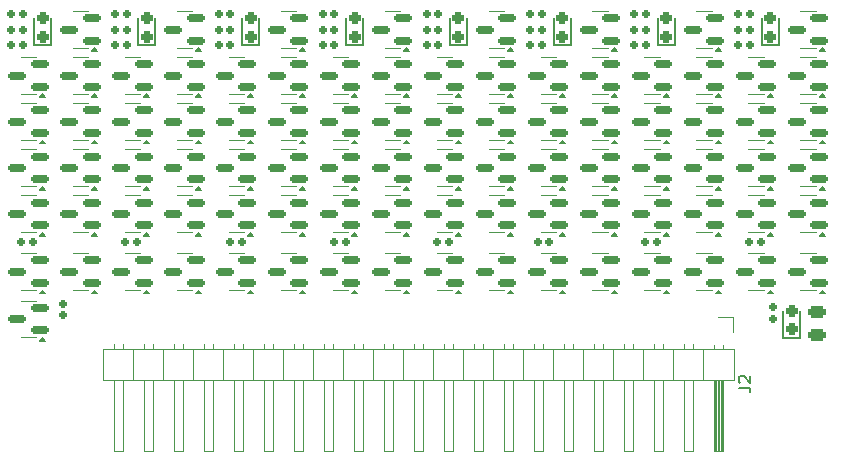
<source format=gbr>
%TF.GenerationSoftware,KiCad,Pcbnew,8.0.8*%
%TF.CreationDate,2025-10-03T14:44:34+02:00*%
%TF.ProjectId,REG8bit-SMD-V3.0,52454738-6269-4742-9d53-4d442d56332e,rev?*%
%TF.SameCoordinates,Original*%
%TF.FileFunction,Legend,Top*%
%TF.FilePolarity,Positive*%
%FSLAX46Y46*%
G04 Gerber Fmt 4.6, Leading zero omitted, Abs format (unit mm)*
G04 Created by KiCad (PCBNEW 8.0.8) date 2025-10-03 14:44:34*
%MOMM*%
%LPD*%
G01*
G04 APERTURE LIST*
G04 Aperture macros list*
%AMRoundRect*
0 Rectangle with rounded corners*
0 $1 Rounding radius*
0 $2 $3 $4 $5 $6 $7 $8 $9 X,Y pos of 4 corners*
0 Add a 4 corners polygon primitive as box body*
4,1,4,$2,$3,$4,$5,$6,$7,$8,$9,$2,$3,0*
0 Add four circle primitives for the rounded corners*
1,1,$1+$1,$2,$3*
1,1,$1+$1,$4,$5*
1,1,$1+$1,$6,$7*
1,1,$1+$1,$8,$9*
0 Add four rect primitives between the rounded corners*
20,1,$1+$1,$2,$3,$4,$5,0*
20,1,$1+$1,$4,$5,$6,$7,0*
20,1,$1+$1,$6,$7,$8,$9,0*
20,1,$1+$1,$8,$9,$2,$3,0*%
G04 Aperture macros list end*
%ADD10C,0.150000*%
%ADD11C,0.120000*%
%ADD12RoundRect,0.159000X-0.159000X-0.189000X0.159000X-0.189000X0.159000X0.189000X-0.159000X0.189000X0*%
%ADD13RoundRect,0.150000X0.587500X0.150000X-0.587500X0.150000X-0.587500X-0.150000X0.587500X-0.150000X0*%
%ADD14RoundRect,0.159000X0.189000X-0.159000X0.189000X0.159000X-0.189000X0.159000X-0.189000X-0.159000X0*%
%ADD15RoundRect,0.239000X0.274000X-0.239000X0.274000X0.239000X-0.274000X0.239000X-0.274000X-0.239000X0*%
%ADD16RoundRect,0.269000X0.494000X-0.269000X0.494000X0.269000X-0.494000X0.269000X-0.494000X-0.269000X0*%
%ADD17O,1.700000X1.700000*%
%ADD18R,1.700000X1.700000*%
G04 APERTURE END LIST*
D10*
X112024819Y-136418333D02*
X112739104Y-136418333D01*
X112739104Y-136418333D02*
X112881961Y-136465952D01*
X112881961Y-136465952D02*
X112977200Y-136561190D01*
X112977200Y-136561190D02*
X113024819Y-136704047D01*
X113024819Y-136704047D02*
X113024819Y-136799285D01*
X112120057Y-135989761D02*
X112072438Y-135942142D01*
X112072438Y-135942142D02*
X112024819Y-135846904D01*
X112024819Y-135846904D02*
X112024819Y-135608809D01*
X112024819Y-135608809D02*
X112072438Y-135513571D01*
X112072438Y-135513571D02*
X112120057Y-135465952D01*
X112120057Y-135465952D02*
X112215295Y-135418333D01*
X112215295Y-135418333D02*
X112310533Y-135418333D01*
X112310533Y-135418333D02*
X112453390Y-135465952D01*
X112453390Y-135465952D02*
X113024819Y-136037380D01*
X113024819Y-136037380D02*
X113024819Y-135418333D01*
D11*
%TO.C,Q70*%
X109100000Y-112340000D02*
X108450000Y-112340000D01*
X109100000Y-112340000D02*
X109750000Y-112340000D01*
X109100000Y-115460000D02*
X108450000Y-115460000D01*
X109100000Y-115460000D02*
X109750000Y-115460000D01*
X110502500Y-115740000D02*
X110022500Y-115740000D01*
X110262500Y-115410000D01*
X110502500Y-115740000D01*
G36*
X110502500Y-115740000D02*
G01*
X110022500Y-115740000D01*
X110262500Y-115410000D01*
X110502500Y-115740000D01*
G37*
%TO.C,Q1*%
X51900000Y-129040000D02*
X51250000Y-129040000D01*
X51900000Y-129040000D02*
X52550000Y-129040000D01*
X51900000Y-132160000D02*
X51250000Y-132160000D01*
X51900000Y-132160000D02*
X52550000Y-132160000D01*
X53302500Y-132440000D02*
X52822500Y-132440000D01*
X53062500Y-132110000D01*
X53302500Y-132440000D01*
G36*
X53302500Y-132440000D02*
G01*
X52822500Y-132440000D01*
X53062500Y-132110000D01*
X53302500Y-132440000D01*
G37*
%TO.C,Q40*%
X82700000Y-112340000D02*
X82050000Y-112340000D01*
X82700000Y-112340000D02*
X83350000Y-112340000D01*
X82700000Y-115460000D02*
X82050000Y-115460000D01*
X82700000Y-115460000D02*
X83350000Y-115460000D01*
X84102500Y-115740000D02*
X83622500Y-115740000D01*
X83862500Y-115410000D01*
X84102500Y-115740000D01*
G36*
X84102500Y-115740000D02*
G01*
X83622500Y-115740000D01*
X83862500Y-115410000D01*
X84102500Y-115740000D01*
G37*
%TO.C,Q25*%
X69500000Y-116240000D02*
X68850000Y-116240000D01*
X69500000Y-116240000D02*
X70150000Y-116240000D01*
X69500000Y-119360000D02*
X68850000Y-119360000D01*
X69500000Y-119360000D02*
X70150000Y-119360000D01*
X70902500Y-119640000D02*
X70422500Y-119640000D01*
X70662500Y-119310000D01*
X70902500Y-119640000D01*
G36*
X70902500Y-119640000D02*
G01*
X70422500Y-119640000D01*
X70662500Y-119310000D01*
X70902500Y-119640000D01*
G37*
%TO.C,Q82*%
X56300000Y-104540000D02*
X55650000Y-104540000D01*
X56300000Y-104540000D02*
X56950000Y-104540000D01*
X56300000Y-107660000D02*
X55650000Y-107660000D01*
X56300000Y-107660000D02*
X56950000Y-107660000D01*
X57702500Y-107940000D02*
X57222500Y-107940000D01*
X57462500Y-107610000D01*
X57702500Y-107940000D01*
G36*
X57702500Y-107940000D02*
G01*
X57222500Y-107940000D01*
X57462500Y-107610000D01*
X57702500Y-107940000D01*
G37*
%TO.C,Q78*%
X117900000Y-125040000D02*
X117250000Y-125040000D01*
X117900000Y-125040000D02*
X118550000Y-125040000D01*
X117900000Y-128160000D02*
X117250000Y-128160000D01*
X117900000Y-128160000D02*
X118550000Y-128160000D01*
X119302500Y-128440000D02*
X118822500Y-128440000D01*
X119062500Y-128110000D01*
X119302500Y-128440000D01*
G36*
X119302500Y-128440000D02*
G01*
X118822500Y-128440000D01*
X119062500Y-128110000D01*
X119302500Y-128440000D01*
G37*
D10*
%TO.C,D3*%
X69970000Y-105100000D02*
X69970000Y-107390000D01*
X69970000Y-107390000D02*
X71430000Y-107390000D01*
X71430000Y-107390000D02*
X71430000Y-105100000D01*
D11*
%TO.C,Q13*%
X65100000Y-120140000D02*
X64450000Y-120140000D01*
X65100000Y-120140000D02*
X65750000Y-120140000D01*
X65100000Y-123260000D02*
X64450000Y-123260000D01*
X65100000Y-123260000D02*
X65750000Y-123260000D01*
X66502500Y-123540000D02*
X66022500Y-123540000D01*
X66262500Y-123210000D01*
X66502500Y-123540000D01*
G36*
X66502500Y-123540000D02*
G01*
X66022500Y-123540000D01*
X66262500Y-123210000D01*
X66502500Y-123540000D01*
G37*
%TO.C,Q68*%
X109100000Y-125040000D02*
X108450000Y-125040000D01*
X109100000Y-125040000D02*
X109750000Y-125040000D01*
X109100000Y-128160000D02*
X108450000Y-128160000D01*
X109100000Y-128160000D02*
X109750000Y-128160000D01*
X110502500Y-128440000D02*
X110022500Y-128440000D01*
X110262500Y-128110000D01*
X110502500Y-128440000D01*
G36*
X110502500Y-128440000D02*
G01*
X110022500Y-128440000D01*
X110262500Y-128110000D01*
X110502500Y-128440000D01*
G37*
D10*
%TO.C,D4*%
X78770000Y-105100000D02*
X78770000Y-107390000D01*
X78770000Y-107390000D02*
X80230000Y-107390000D01*
X80230000Y-107390000D02*
X80230000Y-105100000D01*
D11*
%TO.C,Q86*%
X91500000Y-104540000D02*
X90850000Y-104540000D01*
X91500000Y-104540000D02*
X92150000Y-104540000D01*
X91500000Y-107660000D02*
X90850000Y-107660000D01*
X91500000Y-107660000D02*
X92150000Y-107660000D01*
X92902500Y-107940000D02*
X92422500Y-107940000D01*
X92662500Y-107610000D01*
X92902500Y-107940000D01*
G36*
X92902500Y-107940000D02*
G01*
X92422500Y-107940000D01*
X92662500Y-107610000D01*
X92902500Y-107940000D01*
G37*
%TO.C,Q52*%
X95900000Y-120140000D02*
X95250000Y-120140000D01*
X95900000Y-120140000D02*
X96550000Y-120140000D01*
X95900000Y-123260000D02*
X95250000Y-123260000D01*
X95900000Y-123260000D02*
X96550000Y-123260000D01*
X97302500Y-123540000D02*
X96822500Y-123540000D01*
X97062500Y-123210000D01*
X97302500Y-123540000D01*
G36*
X97302500Y-123540000D02*
G01*
X96822500Y-123540000D01*
X97062500Y-123210000D01*
X97302500Y-123540000D01*
G37*
%TO.C,Q6*%
X51900000Y-108440000D02*
X51250000Y-108440000D01*
X51900000Y-108440000D02*
X52550000Y-108440000D01*
X51900000Y-111560000D02*
X51250000Y-111560000D01*
X51900000Y-111560000D02*
X52550000Y-111560000D01*
X53302500Y-111840000D02*
X52822500Y-111840000D01*
X53062500Y-111510000D01*
X53302500Y-111840000D01*
G36*
X53302500Y-111840000D02*
G01*
X52822500Y-111840000D01*
X53062500Y-111510000D01*
X53302500Y-111840000D01*
G37*
%TO.C,Q59*%
X100300000Y-108440000D02*
X99650000Y-108440000D01*
X100300000Y-108440000D02*
X100950000Y-108440000D01*
X100300000Y-111560000D02*
X99650000Y-111560000D01*
X100300000Y-111560000D02*
X100950000Y-111560000D01*
X101702500Y-111840000D02*
X101222500Y-111840000D01*
X101462500Y-111510000D01*
X101702500Y-111840000D01*
G36*
X101702500Y-111840000D02*
G01*
X101222500Y-111840000D01*
X101462500Y-111510000D01*
X101702500Y-111840000D01*
G37*
%TO.C,Q58*%
X100300000Y-125040000D02*
X99650000Y-125040000D01*
X100300000Y-125040000D02*
X100950000Y-125040000D01*
X100300000Y-128160000D02*
X99650000Y-128160000D01*
X100300000Y-128160000D02*
X100950000Y-128160000D01*
X101702500Y-128440000D02*
X101222500Y-128440000D01*
X101462500Y-128110000D01*
X101702500Y-128440000D01*
G36*
X101702500Y-128440000D02*
G01*
X101222500Y-128440000D01*
X101462500Y-128110000D01*
X101702500Y-128440000D01*
G37*
%TO.C,Q88*%
X109100000Y-104540000D02*
X108450000Y-104540000D01*
X109100000Y-104540000D02*
X109750000Y-104540000D01*
X109100000Y-107660000D02*
X108450000Y-107660000D01*
X109100000Y-107660000D02*
X109750000Y-107660000D01*
X110502500Y-107940000D02*
X110022500Y-107940000D01*
X110262500Y-107610000D01*
X110502500Y-107940000D01*
G36*
X110502500Y-107940000D02*
G01*
X110022500Y-107940000D01*
X110262500Y-107610000D01*
X110502500Y-107940000D01*
G37*
%TO.C,Q10*%
X56300000Y-112340000D02*
X55650000Y-112340000D01*
X56300000Y-112340000D02*
X56950000Y-112340000D01*
X56300000Y-115460000D02*
X55650000Y-115460000D01*
X56300000Y-115460000D02*
X56950000Y-115460000D01*
X57702500Y-115740000D02*
X57222500Y-115740000D01*
X57462500Y-115410000D01*
X57702500Y-115740000D01*
G36*
X57702500Y-115740000D02*
G01*
X57222500Y-115740000D01*
X57462500Y-115410000D01*
X57702500Y-115740000D01*
G37*
%TO.C,Q79*%
X117900000Y-108440000D02*
X117250000Y-108440000D01*
X117900000Y-108440000D02*
X118550000Y-108440000D01*
X117900000Y-111560000D02*
X117250000Y-111560000D01*
X117900000Y-111560000D02*
X118550000Y-111560000D01*
X119302500Y-111840000D02*
X118822500Y-111840000D01*
X119062500Y-111510000D01*
X119302500Y-111840000D01*
G36*
X119302500Y-111840000D02*
G01*
X118822500Y-111840000D01*
X119062500Y-111510000D01*
X119302500Y-111840000D01*
G37*
%TO.C,Q47*%
X87100000Y-108440000D02*
X86450000Y-108440000D01*
X87100000Y-108440000D02*
X87750000Y-108440000D01*
X87100000Y-111560000D02*
X86450000Y-111560000D01*
X87100000Y-111560000D02*
X87750000Y-111560000D01*
X88502500Y-111840000D02*
X88022500Y-111840000D01*
X88262500Y-111510000D01*
X88502500Y-111840000D01*
G36*
X88502500Y-111840000D02*
G01*
X88022500Y-111840000D01*
X88262500Y-111510000D01*
X88502500Y-111840000D01*
G37*
%TO.C,Q75*%
X113500000Y-116240000D02*
X112850000Y-116240000D01*
X113500000Y-116240000D02*
X114150000Y-116240000D01*
X113500000Y-119360000D02*
X112850000Y-119360000D01*
X113500000Y-119360000D02*
X114150000Y-119360000D01*
X114902500Y-119640000D02*
X114422500Y-119640000D01*
X114662500Y-119310000D01*
X114902500Y-119640000D01*
G36*
X114902500Y-119640000D02*
G01*
X114422500Y-119640000D01*
X114662500Y-119310000D01*
X114902500Y-119640000D01*
G37*
%TO.C,Q8*%
X51900000Y-125040000D02*
X51250000Y-125040000D01*
X51900000Y-125040000D02*
X52550000Y-125040000D01*
X51900000Y-128160000D02*
X51250000Y-128160000D01*
X51900000Y-128160000D02*
X52550000Y-128160000D01*
X53302500Y-128440000D02*
X52822500Y-128440000D01*
X53062500Y-128110000D01*
X53302500Y-128440000D01*
G36*
X53302500Y-128440000D02*
G01*
X52822500Y-128440000D01*
X53062500Y-128110000D01*
X53302500Y-128440000D01*
G37*
%TO.C,Q4*%
X51900000Y-112340000D02*
X51250000Y-112340000D01*
X51900000Y-112340000D02*
X52550000Y-112340000D01*
X51900000Y-115460000D02*
X51250000Y-115460000D01*
X51900000Y-115460000D02*
X52550000Y-115460000D01*
X53302500Y-115740000D02*
X52822500Y-115740000D01*
X53062500Y-115410000D01*
X53302500Y-115740000D01*
G36*
X53302500Y-115740000D02*
G01*
X52822500Y-115740000D01*
X53062500Y-115410000D01*
X53302500Y-115740000D01*
G37*
%TO.C,Q7*%
X56300000Y-125040000D02*
X55650000Y-125040000D01*
X56300000Y-125040000D02*
X56950000Y-125040000D01*
X56300000Y-128160000D02*
X55650000Y-128160000D01*
X56300000Y-128160000D02*
X56950000Y-128160000D01*
X57702500Y-128440000D02*
X57222500Y-128440000D01*
X57462500Y-128110000D01*
X57702500Y-128440000D01*
G36*
X57702500Y-128440000D02*
G01*
X57222500Y-128440000D01*
X57462500Y-128110000D01*
X57702500Y-128440000D01*
G37*
%TO.C,Q12*%
X60700000Y-120140000D02*
X60050000Y-120140000D01*
X60700000Y-120140000D02*
X61350000Y-120140000D01*
X60700000Y-123260000D02*
X60050000Y-123260000D01*
X60700000Y-123260000D02*
X61350000Y-123260000D01*
X62102500Y-123540000D02*
X61622500Y-123540000D01*
X61862500Y-123210000D01*
X62102500Y-123540000D01*
G36*
X62102500Y-123540000D02*
G01*
X61622500Y-123540000D01*
X61862500Y-123210000D01*
X62102500Y-123540000D01*
G37*
%TO.C,Q48*%
X91500000Y-125040000D02*
X90850000Y-125040000D01*
X91500000Y-125040000D02*
X92150000Y-125040000D01*
X91500000Y-128160000D02*
X90850000Y-128160000D01*
X91500000Y-128160000D02*
X92150000Y-128160000D01*
X92902500Y-128440000D02*
X92422500Y-128440000D01*
X92662500Y-128110000D01*
X92902500Y-128440000D01*
G36*
X92902500Y-128440000D02*
G01*
X92422500Y-128440000D01*
X92662500Y-128110000D01*
X92902500Y-128440000D01*
G37*
%TO.C,Q28*%
X73900000Y-125040000D02*
X73250000Y-125040000D01*
X73900000Y-125040000D02*
X74550000Y-125040000D01*
X73900000Y-128160000D02*
X73250000Y-128160000D01*
X73900000Y-128160000D02*
X74550000Y-128160000D01*
X75302500Y-128440000D02*
X74822500Y-128440000D01*
X75062500Y-128110000D01*
X75302500Y-128440000D01*
G36*
X75302500Y-128440000D02*
G01*
X74822500Y-128440000D01*
X75062500Y-128110000D01*
X75302500Y-128440000D01*
G37*
%TO.C,Q27*%
X69500000Y-108440000D02*
X68850000Y-108440000D01*
X69500000Y-108440000D02*
X70150000Y-108440000D01*
X69500000Y-111560000D02*
X68850000Y-111560000D01*
X69500000Y-111560000D02*
X70150000Y-111560000D01*
X70902500Y-111840000D02*
X70422500Y-111840000D01*
X70662500Y-111510000D01*
X70902500Y-111840000D01*
G36*
X70902500Y-111840000D02*
G01*
X70422500Y-111840000D01*
X70662500Y-111510000D01*
X70902500Y-111840000D01*
G37*
D10*
%TO.C,D8*%
X113970000Y-105100000D02*
X113970000Y-107390000D01*
X113970000Y-107390000D02*
X115430000Y-107390000D01*
X115430000Y-107390000D02*
X115430000Y-105100000D01*
D11*
%TO.C,Q77*%
X113500000Y-108440000D02*
X112850000Y-108440000D01*
X113500000Y-108440000D02*
X114150000Y-108440000D01*
X113500000Y-111560000D02*
X112850000Y-111560000D01*
X113500000Y-111560000D02*
X114150000Y-111560000D01*
X114902500Y-111840000D02*
X114422500Y-111840000D01*
X114662500Y-111510000D01*
X114902500Y-111840000D01*
G36*
X114902500Y-111840000D02*
G01*
X114422500Y-111840000D01*
X114662500Y-111510000D01*
X114902500Y-111840000D01*
G37*
%TO.C,Q55*%
X95900000Y-116240000D02*
X95250000Y-116240000D01*
X95900000Y-116240000D02*
X96550000Y-116240000D01*
X95900000Y-119360000D02*
X95250000Y-119360000D01*
X95900000Y-119360000D02*
X96550000Y-119360000D01*
X97302500Y-119640000D02*
X96822500Y-119640000D01*
X97062500Y-119310000D01*
X97302500Y-119640000D01*
G36*
X97302500Y-119640000D02*
G01*
X96822500Y-119640000D01*
X97062500Y-119310000D01*
X97302500Y-119640000D01*
G37*
%TO.C,Q62*%
X104700000Y-120140000D02*
X104050000Y-120140000D01*
X104700000Y-120140000D02*
X105350000Y-120140000D01*
X104700000Y-123260000D02*
X104050000Y-123260000D01*
X104700000Y-123260000D02*
X105350000Y-123260000D01*
X106102500Y-123540000D02*
X105622500Y-123540000D01*
X105862500Y-123210000D01*
X106102500Y-123540000D01*
G36*
X106102500Y-123540000D02*
G01*
X105622500Y-123540000D01*
X105862500Y-123210000D01*
X106102500Y-123540000D01*
G37*
%TO.C,Q66*%
X104700000Y-125040000D02*
X104050000Y-125040000D01*
X104700000Y-125040000D02*
X105350000Y-125040000D01*
X104700000Y-128160000D02*
X104050000Y-128160000D01*
X104700000Y-128160000D02*
X105350000Y-128160000D01*
X106102500Y-128440000D02*
X105622500Y-128440000D01*
X105862500Y-128110000D01*
X106102500Y-128440000D01*
G36*
X106102500Y-128440000D02*
G01*
X105622500Y-128440000D01*
X105862500Y-128110000D01*
X106102500Y-128440000D01*
G37*
%TO.C,Q34*%
X78300000Y-112340000D02*
X77650000Y-112340000D01*
X78300000Y-112340000D02*
X78950000Y-112340000D01*
X78300000Y-115460000D02*
X77650000Y-115460000D01*
X78300000Y-115460000D02*
X78950000Y-115460000D01*
X79702500Y-115740000D02*
X79222500Y-115740000D01*
X79462500Y-115410000D01*
X79702500Y-115740000D01*
G36*
X79702500Y-115740000D02*
G01*
X79222500Y-115740000D01*
X79462500Y-115410000D01*
X79702500Y-115740000D01*
G37*
D10*
%TO.C,D9*%
X115770000Y-129900000D02*
X115770000Y-132190000D01*
X115770000Y-132190000D02*
X117230000Y-132190000D01*
X117230000Y-132190000D02*
X117230000Y-129900000D01*
D11*
%TO.C,Q74*%
X113500000Y-112340000D02*
X112850000Y-112340000D01*
X113500000Y-112340000D02*
X114150000Y-112340000D01*
X113500000Y-115460000D02*
X112850000Y-115460000D01*
X113500000Y-115460000D02*
X114150000Y-115460000D01*
X114902500Y-115740000D02*
X114422500Y-115740000D01*
X114662500Y-115410000D01*
X114902500Y-115740000D01*
G36*
X114902500Y-115740000D02*
G01*
X114422500Y-115740000D01*
X114662500Y-115410000D01*
X114902500Y-115740000D01*
G37*
%TO.C,Q84*%
X73900000Y-104540000D02*
X73250000Y-104540000D01*
X73900000Y-104540000D02*
X74550000Y-104540000D01*
X73900000Y-107660000D02*
X73250000Y-107660000D01*
X73900000Y-107660000D02*
X74550000Y-107660000D01*
X75302500Y-107940000D02*
X74822500Y-107940000D01*
X75062500Y-107610000D01*
X75302500Y-107940000D01*
G36*
X75302500Y-107940000D02*
G01*
X74822500Y-107940000D01*
X75062500Y-107610000D01*
X75302500Y-107940000D01*
G37*
%TO.C,Q11*%
X56300000Y-116240000D02*
X55650000Y-116240000D01*
X56300000Y-116240000D02*
X56950000Y-116240000D01*
X56300000Y-119360000D02*
X55650000Y-119360000D01*
X56300000Y-119360000D02*
X56950000Y-119360000D01*
X57702500Y-119640000D02*
X57222500Y-119640000D01*
X57462500Y-119310000D01*
X57702500Y-119640000D01*
G36*
X57702500Y-119640000D02*
G01*
X57222500Y-119640000D01*
X57462500Y-119310000D01*
X57702500Y-119640000D01*
G37*
%TO.C,Q24*%
X69500000Y-112340000D02*
X68850000Y-112340000D01*
X69500000Y-112340000D02*
X70150000Y-112340000D01*
X69500000Y-115460000D02*
X68850000Y-115460000D01*
X69500000Y-115460000D02*
X70150000Y-115460000D01*
X70902500Y-115740000D02*
X70422500Y-115740000D01*
X70662500Y-115410000D01*
X70902500Y-115740000D01*
G36*
X70902500Y-115740000D02*
G01*
X70422500Y-115740000D01*
X70662500Y-115410000D01*
X70902500Y-115740000D01*
G37*
%TO.C,Q14*%
X60700000Y-112340000D02*
X60050000Y-112340000D01*
X60700000Y-112340000D02*
X61350000Y-112340000D01*
X60700000Y-115460000D02*
X60050000Y-115460000D01*
X60700000Y-115460000D02*
X61350000Y-115460000D01*
X62102500Y-115740000D02*
X61622500Y-115740000D01*
X61862500Y-115410000D01*
X62102500Y-115740000D01*
G36*
X62102500Y-115740000D02*
G01*
X61622500Y-115740000D01*
X61862500Y-115410000D01*
X62102500Y-115740000D01*
G37*
%TO.C,Q83*%
X65100000Y-104540000D02*
X64450000Y-104540000D01*
X65100000Y-104540000D02*
X65750000Y-104540000D01*
X65100000Y-107660000D02*
X64450000Y-107660000D01*
X65100000Y-107660000D02*
X65750000Y-107660000D01*
X66502500Y-107940000D02*
X66022500Y-107940000D01*
X66262500Y-107610000D01*
X66502500Y-107940000D01*
G36*
X66502500Y-107940000D02*
G01*
X66022500Y-107940000D01*
X66262500Y-107610000D01*
X66502500Y-107940000D01*
G37*
%TO.C,Q3*%
X56300000Y-120140000D02*
X55650000Y-120140000D01*
X56300000Y-120140000D02*
X56950000Y-120140000D01*
X56300000Y-123260000D02*
X55650000Y-123260000D01*
X56300000Y-123260000D02*
X56950000Y-123260000D01*
X57702500Y-123540000D02*
X57222500Y-123540000D01*
X57462500Y-123210000D01*
X57702500Y-123540000D01*
G36*
X57702500Y-123540000D02*
G01*
X57222500Y-123540000D01*
X57462500Y-123210000D01*
X57702500Y-123540000D01*
G37*
%TO.C,Q23*%
X73900000Y-120140000D02*
X73250000Y-120140000D01*
X73900000Y-120140000D02*
X74550000Y-120140000D01*
X73900000Y-123260000D02*
X73250000Y-123260000D01*
X73900000Y-123260000D02*
X74550000Y-123260000D01*
X75302500Y-123540000D02*
X74822500Y-123540000D01*
X75062500Y-123210000D01*
X75302500Y-123540000D01*
G36*
X75302500Y-123540000D02*
G01*
X74822500Y-123540000D01*
X75062500Y-123210000D01*
X75302500Y-123540000D01*
G37*
%TO.C,Q61*%
X100300000Y-116240000D02*
X99650000Y-116240000D01*
X100300000Y-116240000D02*
X100950000Y-116240000D01*
X100300000Y-119360000D02*
X99650000Y-119360000D01*
X100300000Y-119360000D02*
X100950000Y-119360000D01*
X101702500Y-119640000D02*
X101222500Y-119640000D01*
X101462500Y-119310000D01*
X101702500Y-119640000D01*
G36*
X101702500Y-119640000D02*
G01*
X101222500Y-119640000D01*
X101462500Y-119310000D01*
X101702500Y-119640000D01*
G37*
%TO.C,Q81*%
X117900000Y-116240000D02*
X117250000Y-116240000D01*
X117900000Y-116240000D02*
X118550000Y-116240000D01*
X117900000Y-119360000D02*
X117250000Y-119360000D01*
X117900000Y-119360000D02*
X118550000Y-119360000D01*
X119302500Y-119640000D02*
X118822500Y-119640000D01*
X119062500Y-119310000D01*
X119302500Y-119640000D01*
G36*
X119302500Y-119640000D02*
G01*
X118822500Y-119640000D01*
X119062500Y-119310000D01*
X119302500Y-119640000D01*
G37*
%TO.C,Q67*%
X104700000Y-108440000D02*
X104050000Y-108440000D01*
X104700000Y-108440000D02*
X105350000Y-108440000D01*
X104700000Y-111560000D02*
X104050000Y-111560000D01*
X104700000Y-111560000D02*
X105350000Y-111560000D01*
X106102500Y-111840000D02*
X105622500Y-111840000D01*
X105862500Y-111510000D01*
X106102500Y-111840000D01*
G36*
X106102500Y-111840000D02*
G01*
X105622500Y-111840000D01*
X105862500Y-111510000D01*
X106102500Y-111840000D01*
G37*
%TO.C,Q46*%
X87100000Y-125040000D02*
X86450000Y-125040000D01*
X87100000Y-125040000D02*
X87750000Y-125040000D01*
X87100000Y-128160000D02*
X86450000Y-128160000D01*
X87100000Y-128160000D02*
X87750000Y-128160000D01*
X88502500Y-128440000D02*
X88022500Y-128440000D01*
X88262500Y-128110000D01*
X88502500Y-128440000D01*
G36*
X88502500Y-128440000D02*
G01*
X88022500Y-128440000D01*
X88262500Y-128110000D01*
X88502500Y-128440000D01*
G37*
%TO.C,Q2*%
X51900000Y-120140000D02*
X51250000Y-120140000D01*
X51900000Y-120140000D02*
X52550000Y-120140000D01*
X51900000Y-123260000D02*
X51250000Y-123260000D01*
X51900000Y-123260000D02*
X52550000Y-123260000D01*
X53302500Y-123540000D02*
X52822500Y-123540000D01*
X53062500Y-123210000D01*
X53302500Y-123540000D01*
G36*
X53302500Y-123540000D02*
G01*
X52822500Y-123540000D01*
X53062500Y-123210000D01*
X53302500Y-123540000D01*
G37*
%TO.C,Q17*%
X60700000Y-108440000D02*
X60050000Y-108440000D01*
X60700000Y-108440000D02*
X61350000Y-108440000D01*
X60700000Y-111560000D02*
X60050000Y-111560000D01*
X60700000Y-111560000D02*
X61350000Y-111560000D01*
X62102500Y-111840000D02*
X61622500Y-111840000D01*
X61862500Y-111510000D01*
X62102500Y-111840000D01*
G36*
X62102500Y-111840000D02*
G01*
X61622500Y-111840000D01*
X61862500Y-111510000D01*
X62102500Y-111840000D01*
G37*
%TO.C,Q30*%
X73900000Y-112340000D02*
X73250000Y-112340000D01*
X73900000Y-112340000D02*
X74550000Y-112340000D01*
X73900000Y-115460000D02*
X73250000Y-115460000D01*
X73900000Y-115460000D02*
X74550000Y-115460000D01*
X75302500Y-115740000D02*
X74822500Y-115740000D01*
X75062500Y-115410000D01*
X75302500Y-115740000D01*
G36*
X75302500Y-115740000D02*
G01*
X74822500Y-115740000D01*
X75062500Y-115410000D01*
X75302500Y-115740000D01*
G37*
%TO.C,Q16*%
X60700000Y-125040000D02*
X60050000Y-125040000D01*
X60700000Y-125040000D02*
X61350000Y-125040000D01*
X60700000Y-128160000D02*
X60050000Y-128160000D01*
X60700000Y-128160000D02*
X61350000Y-128160000D01*
X62102500Y-128440000D02*
X61622500Y-128440000D01*
X61862500Y-128110000D01*
X62102500Y-128440000D01*
G36*
X62102500Y-128440000D02*
G01*
X61622500Y-128440000D01*
X61862500Y-128110000D01*
X62102500Y-128440000D01*
G37*
%TO.C,Q43*%
X91500000Y-120140000D02*
X90850000Y-120140000D01*
X91500000Y-120140000D02*
X92150000Y-120140000D01*
X91500000Y-123260000D02*
X90850000Y-123260000D01*
X91500000Y-123260000D02*
X92150000Y-123260000D01*
X92902500Y-123540000D02*
X92422500Y-123540000D01*
X92662500Y-123210000D01*
X92902500Y-123540000D01*
G36*
X92902500Y-123540000D02*
G01*
X92422500Y-123540000D01*
X92662500Y-123210000D01*
X92902500Y-123540000D01*
G37*
%TO.C,Q49*%
X91500000Y-108440000D02*
X90850000Y-108440000D01*
X91500000Y-108440000D02*
X92150000Y-108440000D01*
X91500000Y-111560000D02*
X90850000Y-111560000D01*
X91500000Y-111560000D02*
X92150000Y-111560000D01*
X92902500Y-111840000D02*
X92422500Y-111840000D01*
X92662500Y-111510000D01*
X92902500Y-111840000D01*
G36*
X92902500Y-111840000D02*
G01*
X92422500Y-111840000D01*
X92662500Y-111510000D01*
X92902500Y-111840000D01*
G37*
%TO.C,Q73*%
X117900000Y-120140000D02*
X117250000Y-120140000D01*
X117900000Y-120140000D02*
X118550000Y-120140000D01*
X117900000Y-123260000D02*
X117250000Y-123260000D01*
X117900000Y-123260000D02*
X118550000Y-123260000D01*
X119302500Y-123540000D02*
X118822500Y-123540000D01*
X119062500Y-123210000D01*
X119302500Y-123540000D01*
G36*
X119302500Y-123540000D02*
G01*
X118822500Y-123540000D01*
X119062500Y-123210000D01*
X119302500Y-123540000D01*
G37*
%TO.C,Q87*%
X100300000Y-104540000D02*
X99650000Y-104540000D01*
X100300000Y-104540000D02*
X100950000Y-104540000D01*
X100300000Y-107660000D02*
X99650000Y-107660000D01*
X100300000Y-107660000D02*
X100950000Y-107660000D01*
X101702500Y-107940000D02*
X101222500Y-107940000D01*
X101462500Y-107610000D01*
X101702500Y-107940000D01*
G36*
X101702500Y-107940000D02*
G01*
X101222500Y-107940000D01*
X101462500Y-107610000D01*
X101702500Y-107940000D01*
G37*
%TO.C,Q31*%
X73900000Y-116240000D02*
X73250000Y-116240000D01*
X73900000Y-116240000D02*
X74550000Y-116240000D01*
X73900000Y-119360000D02*
X73250000Y-119360000D01*
X73900000Y-119360000D02*
X74550000Y-119360000D01*
X75302500Y-119640000D02*
X74822500Y-119640000D01*
X75062500Y-119310000D01*
X75302500Y-119640000D01*
G36*
X75302500Y-119640000D02*
G01*
X74822500Y-119640000D01*
X75062500Y-119310000D01*
X75302500Y-119640000D01*
G37*
%TO.C,Q35*%
X78300000Y-116240000D02*
X77650000Y-116240000D01*
X78300000Y-116240000D02*
X78950000Y-116240000D01*
X78300000Y-119360000D02*
X77650000Y-119360000D01*
X78300000Y-119360000D02*
X78950000Y-119360000D01*
X79702500Y-119640000D02*
X79222500Y-119640000D01*
X79462500Y-119310000D01*
X79702500Y-119640000D01*
G36*
X79702500Y-119640000D02*
G01*
X79222500Y-119640000D01*
X79462500Y-119310000D01*
X79702500Y-119640000D01*
G37*
%TO.C,Q9*%
X56300000Y-108440000D02*
X55650000Y-108440000D01*
X56300000Y-108440000D02*
X56950000Y-108440000D01*
X56300000Y-111560000D02*
X55650000Y-111560000D01*
X56300000Y-111560000D02*
X56950000Y-111560000D01*
X57702500Y-111840000D02*
X57222500Y-111840000D01*
X57462500Y-111510000D01*
X57702500Y-111840000D01*
G36*
X57702500Y-111840000D02*
G01*
X57222500Y-111840000D01*
X57462500Y-111510000D01*
X57702500Y-111840000D01*
G37*
%TO.C,Q57*%
X95900000Y-108440000D02*
X95250000Y-108440000D01*
X95900000Y-108440000D02*
X96550000Y-108440000D01*
X95900000Y-111560000D02*
X95250000Y-111560000D01*
X95900000Y-111560000D02*
X96550000Y-111560000D01*
X97302500Y-111840000D02*
X96822500Y-111840000D01*
X97062500Y-111510000D01*
X97302500Y-111840000D01*
G36*
X97302500Y-111840000D02*
G01*
X96822500Y-111840000D01*
X97062500Y-111510000D01*
X97302500Y-111840000D01*
G37*
D10*
%TO.C,D1*%
X52370000Y-105100000D02*
X52370000Y-107390000D01*
X52370000Y-107390000D02*
X53830000Y-107390000D01*
X53830000Y-107390000D02*
X53830000Y-105100000D01*
%TO.C,D6*%
X96370000Y-105100000D02*
X96370000Y-107390000D01*
X96370000Y-107390000D02*
X97830000Y-107390000D01*
X97830000Y-107390000D02*
X97830000Y-105100000D01*
D11*
%TO.C,Q54*%
X95900000Y-112340000D02*
X95250000Y-112340000D01*
X95900000Y-112340000D02*
X96550000Y-112340000D01*
X95900000Y-115460000D02*
X95250000Y-115460000D01*
X95900000Y-115460000D02*
X96550000Y-115460000D01*
X97302500Y-115740000D02*
X96822500Y-115740000D01*
X97062500Y-115410000D01*
X97302500Y-115740000D01*
G36*
X97302500Y-115740000D02*
G01*
X96822500Y-115740000D01*
X97062500Y-115410000D01*
X97302500Y-115740000D01*
G37*
%TO.C,Q65*%
X104700000Y-116240000D02*
X104050000Y-116240000D01*
X104700000Y-116240000D02*
X105350000Y-116240000D01*
X104700000Y-119360000D02*
X104050000Y-119360000D01*
X104700000Y-119360000D02*
X105350000Y-119360000D01*
X106102500Y-119640000D02*
X105622500Y-119640000D01*
X105862500Y-119310000D01*
X106102500Y-119640000D01*
G36*
X106102500Y-119640000D02*
G01*
X105622500Y-119640000D01*
X105862500Y-119310000D01*
X106102500Y-119640000D01*
G37*
%TO.C,Q69*%
X109100000Y-108440000D02*
X108450000Y-108440000D01*
X109100000Y-108440000D02*
X109750000Y-108440000D01*
X109100000Y-111560000D02*
X108450000Y-111560000D01*
X109100000Y-111560000D02*
X109750000Y-111560000D01*
X110502500Y-111840000D02*
X110022500Y-111840000D01*
X110262500Y-111510000D01*
X110502500Y-111840000D01*
G36*
X110502500Y-111840000D02*
G01*
X110022500Y-111840000D01*
X110262500Y-111510000D01*
X110502500Y-111840000D01*
G37*
%TO.C,Q53*%
X100300000Y-120140000D02*
X99650000Y-120140000D01*
X100300000Y-120140000D02*
X100950000Y-120140000D01*
X100300000Y-123260000D02*
X99650000Y-123260000D01*
X100300000Y-123260000D02*
X100950000Y-123260000D01*
X101702500Y-123540000D02*
X101222500Y-123540000D01*
X101462500Y-123210000D01*
X101702500Y-123540000D01*
G36*
X101702500Y-123540000D02*
G01*
X101222500Y-123540000D01*
X101462500Y-123210000D01*
X101702500Y-123540000D01*
G37*
%TO.C,Q44*%
X87100000Y-112340000D02*
X86450000Y-112340000D01*
X87100000Y-112340000D02*
X87750000Y-112340000D01*
X87100000Y-115460000D02*
X86450000Y-115460000D01*
X87100000Y-115460000D02*
X87750000Y-115460000D01*
X88502500Y-115740000D02*
X88022500Y-115740000D01*
X88262500Y-115410000D01*
X88502500Y-115740000D01*
G36*
X88502500Y-115740000D02*
G01*
X88022500Y-115740000D01*
X88262500Y-115410000D01*
X88502500Y-115740000D01*
G37*
%TO.C,Q76*%
X113500000Y-125040000D02*
X112850000Y-125040000D01*
X113500000Y-125040000D02*
X114150000Y-125040000D01*
X113500000Y-128160000D02*
X112850000Y-128160000D01*
X113500000Y-128160000D02*
X114150000Y-128160000D01*
X114902500Y-128440000D02*
X114422500Y-128440000D01*
X114662500Y-128110000D01*
X114902500Y-128440000D01*
G36*
X114902500Y-128440000D02*
G01*
X114422500Y-128440000D01*
X114662500Y-128110000D01*
X114902500Y-128440000D01*
G37*
%TO.C,Q19*%
X65100000Y-108440000D02*
X64450000Y-108440000D01*
X65100000Y-108440000D02*
X65750000Y-108440000D01*
X65100000Y-111560000D02*
X64450000Y-111560000D01*
X65100000Y-111560000D02*
X65750000Y-111560000D01*
X66502500Y-111840000D02*
X66022500Y-111840000D01*
X66262500Y-111510000D01*
X66502500Y-111840000D01*
G36*
X66502500Y-111840000D02*
G01*
X66022500Y-111840000D01*
X66262500Y-111510000D01*
X66502500Y-111840000D01*
G37*
D10*
%TO.C,D5*%
X87570000Y-105100000D02*
X87570000Y-107390000D01*
X87570000Y-107390000D02*
X89030000Y-107390000D01*
X89030000Y-107390000D02*
X89030000Y-105100000D01*
D11*
%TO.C,Q37*%
X78300000Y-108440000D02*
X77650000Y-108440000D01*
X78300000Y-108440000D02*
X78950000Y-108440000D01*
X78300000Y-111560000D02*
X77650000Y-111560000D01*
X78300000Y-111560000D02*
X78950000Y-111560000D01*
X79702500Y-111840000D02*
X79222500Y-111840000D01*
X79462500Y-111510000D01*
X79702500Y-111840000D01*
G36*
X79702500Y-111840000D02*
G01*
X79222500Y-111840000D01*
X79462500Y-111510000D01*
X79702500Y-111840000D01*
G37*
D10*
%TO.C,D7*%
X105170000Y-105100000D02*
X105170000Y-107390000D01*
X105170000Y-107390000D02*
X106630000Y-107390000D01*
X106630000Y-107390000D02*
X106630000Y-105100000D01*
%TO.C,D2*%
X61170000Y-105100000D02*
X61170000Y-107390000D01*
X61170000Y-107390000D02*
X62630000Y-107390000D01*
X62630000Y-107390000D02*
X62630000Y-105100000D01*
D11*
%TO.C,Q15*%
X60700000Y-116240000D02*
X60050000Y-116240000D01*
X60700000Y-116240000D02*
X61350000Y-116240000D01*
X60700000Y-119360000D02*
X60050000Y-119360000D01*
X60700000Y-119360000D02*
X61350000Y-119360000D01*
X62102500Y-119640000D02*
X61622500Y-119640000D01*
X61862500Y-119310000D01*
X62102500Y-119640000D01*
G36*
X62102500Y-119640000D02*
G01*
X61622500Y-119640000D01*
X61862500Y-119310000D01*
X62102500Y-119640000D01*
G37*
%TO.C,Q80*%
X117900000Y-112340000D02*
X117250000Y-112340000D01*
X117900000Y-112340000D02*
X118550000Y-112340000D01*
X117900000Y-115460000D02*
X117250000Y-115460000D01*
X117900000Y-115460000D02*
X118550000Y-115460000D01*
X119302500Y-115740000D02*
X118822500Y-115740000D01*
X119062500Y-115410000D01*
X119302500Y-115740000D01*
G36*
X119302500Y-115740000D02*
G01*
X118822500Y-115740000D01*
X119062500Y-115410000D01*
X119302500Y-115740000D01*
G37*
%TO.C,Q51*%
X91500000Y-116240000D02*
X90850000Y-116240000D01*
X91500000Y-116240000D02*
X92150000Y-116240000D01*
X91500000Y-119360000D02*
X90850000Y-119360000D01*
X91500000Y-119360000D02*
X92150000Y-119360000D01*
X92902500Y-119640000D02*
X92422500Y-119640000D01*
X92662500Y-119310000D01*
X92902500Y-119640000D01*
G36*
X92902500Y-119640000D02*
G01*
X92422500Y-119640000D01*
X92662500Y-119310000D01*
X92902500Y-119640000D01*
G37*
%TO.C,Q63*%
X109100000Y-120140000D02*
X108450000Y-120140000D01*
X109100000Y-120140000D02*
X109750000Y-120140000D01*
X109100000Y-123260000D02*
X108450000Y-123260000D01*
X109100000Y-123260000D02*
X109750000Y-123260000D01*
X110502500Y-123540000D02*
X110022500Y-123540000D01*
X110262500Y-123210000D01*
X110502500Y-123540000D01*
G36*
X110502500Y-123540000D02*
G01*
X110022500Y-123540000D01*
X110262500Y-123210000D01*
X110502500Y-123540000D01*
G37*
%TO.C,Q41*%
X82700000Y-116240000D02*
X82050000Y-116240000D01*
X82700000Y-116240000D02*
X83350000Y-116240000D01*
X82700000Y-119360000D02*
X82050000Y-119360000D01*
X82700000Y-119360000D02*
X83350000Y-119360000D01*
X84102500Y-119640000D02*
X83622500Y-119640000D01*
X83862500Y-119310000D01*
X84102500Y-119640000D01*
G36*
X84102500Y-119640000D02*
G01*
X83622500Y-119640000D01*
X83862500Y-119310000D01*
X84102500Y-119640000D01*
G37*
%TO.C,Q36*%
X78300000Y-125040000D02*
X77650000Y-125040000D01*
X78300000Y-125040000D02*
X78950000Y-125040000D01*
X78300000Y-128160000D02*
X77650000Y-128160000D01*
X78300000Y-128160000D02*
X78950000Y-128160000D01*
X79702500Y-128440000D02*
X79222500Y-128440000D01*
X79462500Y-128110000D01*
X79702500Y-128440000D01*
G36*
X79702500Y-128440000D02*
G01*
X79222500Y-128440000D01*
X79462500Y-128110000D01*
X79702500Y-128440000D01*
G37*
%TO.C,Q89*%
X117900000Y-104540000D02*
X117250000Y-104540000D01*
X117900000Y-104540000D02*
X118550000Y-104540000D01*
X117900000Y-107660000D02*
X117250000Y-107660000D01*
X117900000Y-107660000D02*
X118550000Y-107660000D01*
X119302500Y-107940000D02*
X118822500Y-107940000D01*
X119062500Y-107610000D01*
X119302500Y-107940000D01*
G36*
X119302500Y-107940000D02*
G01*
X118822500Y-107940000D01*
X119062500Y-107610000D01*
X119302500Y-107940000D01*
G37*
%TO.C,Q71*%
X109100000Y-116240000D02*
X108450000Y-116240000D01*
X109100000Y-116240000D02*
X109750000Y-116240000D01*
X109100000Y-119360000D02*
X108450000Y-119360000D01*
X109100000Y-119360000D02*
X109750000Y-119360000D01*
X110502500Y-119640000D02*
X110022500Y-119640000D01*
X110262500Y-119310000D01*
X110502500Y-119640000D01*
G36*
X110502500Y-119640000D02*
G01*
X110022500Y-119640000D01*
X110262500Y-119310000D01*
X110502500Y-119640000D01*
G37*
%TO.C,J2*%
X111630000Y-135800000D02*
X111630000Y-133140000D01*
X111630000Y-133140000D02*
X58170000Y-133140000D01*
X111570000Y-130430000D02*
X111570000Y-131700000D01*
X110680000Y-141800000D02*
X109920000Y-141800000D01*
X110680000Y-135800000D02*
X110680000Y-141800000D01*
X110680000Y-132810000D02*
X110680000Y-133140000D01*
X110620000Y-135800000D02*
X110620000Y-141800000D01*
X110500000Y-135800000D02*
X110500000Y-141800000D01*
X110380000Y-135800000D02*
X110380000Y-141800000D01*
X110300000Y-130430000D02*
X111570000Y-130430000D01*
X110260000Y-135800000D02*
X110260000Y-141800000D01*
X110140000Y-135800000D02*
X110140000Y-141800000D01*
X110020000Y-135800000D02*
X110020000Y-141800000D01*
X109920000Y-141800000D02*
X109920000Y-135800000D01*
X109920000Y-132810000D02*
X109920000Y-133140000D01*
X109030000Y-133140000D02*
X109030000Y-135800000D01*
X108140000Y-141800000D02*
X107380000Y-141800000D01*
X108140000Y-135800000D02*
X108140000Y-141800000D01*
X108140000Y-132742929D02*
X108140000Y-133140000D01*
X107380000Y-141800000D02*
X107380000Y-135800000D01*
X107380000Y-132742929D02*
X107380000Y-133140000D01*
X106490000Y-133140000D02*
X106490000Y-135800000D01*
X105600000Y-141800000D02*
X104840000Y-141800000D01*
X105600000Y-135800000D02*
X105600000Y-141800000D01*
X105600000Y-132742929D02*
X105600000Y-133140000D01*
X104840000Y-141800000D02*
X104840000Y-135800000D01*
X104840000Y-132742929D02*
X104840000Y-133140000D01*
X103950000Y-133140000D02*
X103950000Y-135800000D01*
X103060000Y-141800000D02*
X102300000Y-141800000D01*
X103060000Y-135800000D02*
X103060000Y-141800000D01*
X103060000Y-132742929D02*
X103060000Y-133140000D01*
X102300000Y-141800000D02*
X102300000Y-135800000D01*
X102300000Y-132742929D02*
X102300000Y-133140000D01*
X101410000Y-133140000D02*
X101410000Y-135800000D01*
X100520000Y-141800000D02*
X99760000Y-141800000D01*
X100520000Y-135800000D02*
X100520000Y-141800000D01*
X100520000Y-132742929D02*
X100520000Y-133140000D01*
X99760000Y-141800000D02*
X99760000Y-135800000D01*
X99760000Y-132742929D02*
X99760000Y-133140000D01*
X98870000Y-133140000D02*
X98870000Y-135800000D01*
X97980000Y-141800000D02*
X97220000Y-141800000D01*
X97980000Y-135800000D02*
X97980000Y-141800000D01*
X97980000Y-132742929D02*
X97980000Y-133140000D01*
X97220000Y-141800000D02*
X97220000Y-135800000D01*
X97220000Y-132742929D02*
X97220000Y-133140000D01*
X96330000Y-133140000D02*
X96330000Y-135800000D01*
X95440000Y-141800000D02*
X94680000Y-141800000D01*
X95440000Y-135800000D02*
X95440000Y-141800000D01*
X95440000Y-132742929D02*
X95440000Y-133140000D01*
X94680000Y-141800000D02*
X94680000Y-135800000D01*
X94680000Y-132742929D02*
X94680000Y-133140000D01*
X93790000Y-133140000D02*
X93790000Y-135800000D01*
X92900000Y-141800000D02*
X92140000Y-141800000D01*
X92900000Y-135800000D02*
X92900000Y-141800000D01*
X92900000Y-132742929D02*
X92900000Y-133140000D01*
X92140000Y-141800000D02*
X92140000Y-135800000D01*
X92140000Y-132742929D02*
X92140000Y-133140000D01*
X91250000Y-133140000D02*
X91250000Y-135800000D01*
X90360000Y-141800000D02*
X89600000Y-141800000D01*
X90360000Y-135800000D02*
X90360000Y-141800000D01*
X90360000Y-132742929D02*
X90360000Y-133140000D01*
X89600000Y-141800000D02*
X89600000Y-135800000D01*
X89600000Y-132742929D02*
X89600000Y-133140000D01*
X88710000Y-133140000D02*
X88710000Y-135800000D01*
X87820000Y-141800000D02*
X87060000Y-141800000D01*
X87820000Y-135800000D02*
X87820000Y-141800000D01*
X87820000Y-132742929D02*
X87820000Y-133140000D01*
X87060000Y-141800000D02*
X87060000Y-135800000D01*
X87060000Y-132742929D02*
X87060000Y-133140000D01*
X86170000Y-133140000D02*
X86170000Y-135800000D01*
X85280000Y-141800000D02*
X84520000Y-141800000D01*
X85280000Y-135800000D02*
X85280000Y-141800000D01*
X85280000Y-132742929D02*
X85280000Y-133140000D01*
X84520000Y-141800000D02*
X84520000Y-135800000D01*
X84520000Y-132742929D02*
X84520000Y-133140000D01*
X83630000Y-133140000D02*
X83630000Y-135800000D01*
X82740000Y-141800000D02*
X81980000Y-141800000D01*
X82740000Y-135800000D02*
X82740000Y-141800000D01*
X82740000Y-132742929D02*
X82740000Y-133140000D01*
X81980000Y-141800000D02*
X81980000Y-135800000D01*
X81980000Y-132742929D02*
X81980000Y-133140000D01*
X81090000Y-133140000D02*
X81090000Y-135800000D01*
X80200000Y-141800000D02*
X79440000Y-141800000D01*
X80200000Y-135800000D02*
X80200000Y-141800000D01*
X80200000Y-132742929D02*
X80200000Y-133140000D01*
X79440000Y-141800000D02*
X79440000Y-135800000D01*
X79440000Y-132742929D02*
X79440000Y-133140000D01*
X78550000Y-133140000D02*
X78550000Y-135800000D01*
X77660000Y-141800000D02*
X76900000Y-141800000D01*
X77660000Y-135800000D02*
X77660000Y-141800000D01*
X77660000Y-132742929D02*
X77660000Y-133140000D01*
X76900000Y-141800000D02*
X76900000Y-135800000D01*
X76900000Y-132742929D02*
X76900000Y-133140000D01*
X76010000Y-133140000D02*
X76010000Y-135800000D01*
X75120000Y-141800000D02*
X74360000Y-141800000D01*
X75120000Y-135800000D02*
X75120000Y-141800000D01*
X75120000Y-132742929D02*
X75120000Y-133140000D01*
X74360000Y-141800000D02*
X74360000Y-135800000D01*
X74360000Y-132742929D02*
X74360000Y-133140000D01*
X73470000Y-133140000D02*
X73470000Y-135800000D01*
X72580000Y-141800000D02*
X71820000Y-141800000D01*
X72580000Y-135800000D02*
X72580000Y-141800000D01*
X72580000Y-132742929D02*
X72580000Y-133140000D01*
X71820000Y-141800000D02*
X71820000Y-135800000D01*
X71820000Y-132742929D02*
X71820000Y-133140000D01*
X70930000Y-133140000D02*
X70930000Y-135800000D01*
X70040000Y-141800000D02*
X69280000Y-141800000D01*
X70040000Y-135800000D02*
X70040000Y-141800000D01*
X70040000Y-132742929D02*
X70040000Y-133140000D01*
X69280000Y-141800000D02*
X69280000Y-135800000D01*
X69280000Y-132742929D02*
X69280000Y-133140000D01*
X68390000Y-133140000D02*
X68390000Y-135800000D01*
X67500000Y-141800000D02*
X66740000Y-141800000D01*
X67500000Y-135800000D02*
X67500000Y-141800000D01*
X67500000Y-132742929D02*
X67500000Y-133140000D01*
X66740000Y-141800000D02*
X66740000Y-135800000D01*
X66740000Y-132742929D02*
X66740000Y-133140000D01*
X65850000Y-133140000D02*
X65850000Y-135800000D01*
X64960000Y-141800000D02*
X64200000Y-141800000D01*
X64960000Y-135800000D02*
X64960000Y-141800000D01*
X64960000Y-132742929D02*
X64960000Y-133140000D01*
X64200000Y-141800000D02*
X64200000Y-135800000D01*
X64200000Y-132742929D02*
X64200000Y-133140000D01*
X63310000Y-133140000D02*
X63310000Y-135800000D01*
X62420000Y-141800000D02*
X61660000Y-141800000D01*
X62420000Y-135800000D02*
X62420000Y-141800000D01*
X62420000Y-132742929D02*
X62420000Y-133140000D01*
X61660000Y-141800000D02*
X61660000Y-135800000D01*
X61660000Y-132742929D02*
X61660000Y-133140000D01*
X60770000Y-133140000D02*
X60770000Y-135800000D01*
X59880000Y-141800000D02*
X59120000Y-141800000D01*
X59880000Y-135800000D02*
X59880000Y-141800000D01*
X59880000Y-132742929D02*
X59880000Y-133140000D01*
X59120000Y-141800000D02*
X59120000Y-135800000D01*
X59120000Y-132742929D02*
X59120000Y-133140000D01*
X58170000Y-135800000D02*
X111630000Y-135800000D01*
X58170000Y-133140000D02*
X58170000Y-135800000D01*
%TO.C,Q50*%
X91500000Y-112340000D02*
X90850000Y-112340000D01*
X91500000Y-112340000D02*
X92150000Y-112340000D01*
X91500000Y-115460000D02*
X90850000Y-115460000D01*
X91500000Y-115460000D02*
X92150000Y-115460000D01*
X92902500Y-115740000D02*
X92422500Y-115740000D01*
X92662500Y-115410000D01*
X92902500Y-115740000D01*
G36*
X92902500Y-115740000D02*
G01*
X92422500Y-115740000D01*
X92662500Y-115410000D01*
X92902500Y-115740000D01*
G37*
%TO.C,Q29*%
X73900000Y-108440000D02*
X73250000Y-108440000D01*
X73900000Y-108440000D02*
X74550000Y-108440000D01*
X73900000Y-111560000D02*
X73250000Y-111560000D01*
X73900000Y-111560000D02*
X74550000Y-111560000D01*
X75302500Y-111840000D02*
X74822500Y-111840000D01*
X75062500Y-111510000D01*
X75302500Y-111840000D01*
G36*
X75302500Y-111840000D02*
G01*
X74822500Y-111840000D01*
X75062500Y-111510000D01*
X75302500Y-111840000D01*
G37*
%TO.C,Q38*%
X82700000Y-125040000D02*
X82050000Y-125040000D01*
X82700000Y-125040000D02*
X83350000Y-125040000D01*
X82700000Y-128160000D02*
X82050000Y-128160000D01*
X82700000Y-128160000D02*
X83350000Y-128160000D01*
X84102500Y-128440000D02*
X83622500Y-128440000D01*
X83862500Y-128110000D01*
X84102500Y-128440000D01*
G36*
X84102500Y-128440000D02*
G01*
X83622500Y-128440000D01*
X83862500Y-128110000D01*
X84102500Y-128440000D01*
G37*
%TO.C,Q26*%
X69500000Y-125040000D02*
X68850000Y-125040000D01*
X69500000Y-125040000D02*
X70150000Y-125040000D01*
X69500000Y-128160000D02*
X68850000Y-128160000D01*
X69500000Y-128160000D02*
X70150000Y-128160000D01*
X70902500Y-128440000D02*
X70422500Y-128440000D01*
X70662500Y-128110000D01*
X70902500Y-128440000D01*
G36*
X70902500Y-128440000D02*
G01*
X70422500Y-128440000D01*
X70662500Y-128110000D01*
X70902500Y-128440000D01*
G37*
%TO.C,Q5*%
X51900000Y-116240000D02*
X51250000Y-116240000D01*
X51900000Y-116240000D02*
X52550000Y-116240000D01*
X51900000Y-119360000D02*
X51250000Y-119360000D01*
X51900000Y-119360000D02*
X52550000Y-119360000D01*
X53302500Y-119640000D02*
X52822500Y-119640000D01*
X53062500Y-119310000D01*
X53302500Y-119640000D01*
G36*
X53302500Y-119640000D02*
G01*
X52822500Y-119640000D01*
X53062500Y-119310000D01*
X53302500Y-119640000D01*
G37*
%TO.C,Q60*%
X100300000Y-112340000D02*
X99650000Y-112340000D01*
X100300000Y-112340000D02*
X100950000Y-112340000D01*
X100300000Y-115460000D02*
X99650000Y-115460000D01*
X100300000Y-115460000D02*
X100950000Y-115460000D01*
X101702500Y-115740000D02*
X101222500Y-115740000D01*
X101462500Y-115410000D01*
X101702500Y-115740000D01*
G36*
X101702500Y-115740000D02*
G01*
X101222500Y-115740000D01*
X101462500Y-115410000D01*
X101702500Y-115740000D01*
G37*
%TO.C,Q18*%
X65100000Y-125040000D02*
X64450000Y-125040000D01*
X65100000Y-125040000D02*
X65750000Y-125040000D01*
X65100000Y-128160000D02*
X64450000Y-128160000D01*
X65100000Y-128160000D02*
X65750000Y-128160000D01*
X66502500Y-128440000D02*
X66022500Y-128440000D01*
X66262500Y-128110000D01*
X66502500Y-128440000D01*
G36*
X66502500Y-128440000D02*
G01*
X66022500Y-128440000D01*
X66262500Y-128110000D01*
X66502500Y-128440000D01*
G37*
%TO.C,Q39*%
X82700000Y-108440000D02*
X82050000Y-108440000D01*
X82700000Y-108440000D02*
X83350000Y-108440000D01*
X82700000Y-111560000D02*
X82050000Y-111560000D01*
X82700000Y-111560000D02*
X83350000Y-111560000D01*
X84102500Y-111840000D02*
X83622500Y-111840000D01*
X83862500Y-111510000D01*
X84102500Y-111840000D01*
G36*
X84102500Y-111840000D02*
G01*
X83622500Y-111840000D01*
X83862500Y-111510000D01*
X84102500Y-111840000D01*
G37*
%TO.C,Q56*%
X95900000Y-125040000D02*
X95250000Y-125040000D01*
X95900000Y-125040000D02*
X96550000Y-125040000D01*
X95900000Y-128160000D02*
X95250000Y-128160000D01*
X95900000Y-128160000D02*
X96550000Y-128160000D01*
X97302500Y-128440000D02*
X96822500Y-128440000D01*
X97062500Y-128110000D01*
X97302500Y-128440000D01*
G36*
X97302500Y-128440000D02*
G01*
X96822500Y-128440000D01*
X97062500Y-128110000D01*
X97302500Y-128440000D01*
G37*
%TO.C,Q72*%
X113500000Y-120140000D02*
X112850000Y-120140000D01*
X113500000Y-120140000D02*
X114150000Y-120140000D01*
X113500000Y-123260000D02*
X112850000Y-123260000D01*
X113500000Y-123260000D02*
X114150000Y-123260000D01*
X114902500Y-123540000D02*
X114422500Y-123540000D01*
X114662500Y-123210000D01*
X114902500Y-123540000D01*
G36*
X114902500Y-123540000D02*
G01*
X114422500Y-123540000D01*
X114662500Y-123210000D01*
X114902500Y-123540000D01*
G37*
%TO.C,Q64*%
X104700000Y-112340000D02*
X104050000Y-112340000D01*
X104700000Y-112340000D02*
X105350000Y-112340000D01*
X104700000Y-115460000D02*
X104050000Y-115460000D01*
X104700000Y-115460000D02*
X105350000Y-115460000D01*
X106102500Y-115740000D02*
X105622500Y-115740000D01*
X105862500Y-115410000D01*
X106102500Y-115740000D01*
G36*
X106102500Y-115740000D02*
G01*
X105622500Y-115740000D01*
X105862500Y-115410000D01*
X106102500Y-115740000D01*
G37*
%TO.C,Q85*%
X82700000Y-104540000D02*
X82050000Y-104540000D01*
X82700000Y-104540000D02*
X83350000Y-104540000D01*
X82700000Y-107660000D02*
X82050000Y-107660000D01*
X82700000Y-107660000D02*
X83350000Y-107660000D01*
X84102500Y-107940000D02*
X83622500Y-107940000D01*
X83862500Y-107610000D01*
X84102500Y-107940000D01*
G36*
X84102500Y-107940000D02*
G01*
X83622500Y-107940000D01*
X83862500Y-107610000D01*
X84102500Y-107940000D01*
G37*
%TO.C,Q45*%
X87100000Y-116240000D02*
X86450000Y-116240000D01*
X87100000Y-116240000D02*
X87750000Y-116240000D01*
X87100000Y-119360000D02*
X86450000Y-119360000D01*
X87100000Y-119360000D02*
X87750000Y-119360000D01*
X88502500Y-119640000D02*
X88022500Y-119640000D01*
X88262500Y-119310000D01*
X88502500Y-119640000D01*
G36*
X88502500Y-119640000D02*
G01*
X88022500Y-119640000D01*
X88262500Y-119310000D01*
X88502500Y-119640000D01*
G37*
%TO.C,Q20*%
X65100000Y-112340000D02*
X64450000Y-112340000D01*
X65100000Y-112340000D02*
X65750000Y-112340000D01*
X65100000Y-115460000D02*
X64450000Y-115460000D01*
X65100000Y-115460000D02*
X65750000Y-115460000D01*
X66502500Y-115740000D02*
X66022500Y-115740000D01*
X66262500Y-115410000D01*
X66502500Y-115740000D01*
G36*
X66502500Y-115740000D02*
G01*
X66022500Y-115740000D01*
X66262500Y-115410000D01*
X66502500Y-115740000D01*
G37*
%TO.C,Q21*%
X65100000Y-116240000D02*
X64450000Y-116240000D01*
X65100000Y-116240000D02*
X65750000Y-116240000D01*
X65100000Y-119360000D02*
X64450000Y-119360000D01*
X65100000Y-119360000D02*
X65750000Y-119360000D01*
X66502500Y-119640000D02*
X66022500Y-119640000D01*
X66262500Y-119310000D01*
X66502500Y-119640000D01*
G36*
X66502500Y-119640000D02*
G01*
X66022500Y-119640000D01*
X66262500Y-119310000D01*
X66502500Y-119640000D01*
G37*
%TO.C,Q42*%
X87100000Y-120140000D02*
X86450000Y-120140000D01*
X87100000Y-120140000D02*
X87750000Y-120140000D01*
X87100000Y-123260000D02*
X86450000Y-123260000D01*
X87100000Y-123260000D02*
X87750000Y-123260000D01*
X88502500Y-123540000D02*
X88022500Y-123540000D01*
X88262500Y-123210000D01*
X88502500Y-123540000D01*
G36*
X88502500Y-123540000D02*
G01*
X88022500Y-123540000D01*
X88262500Y-123210000D01*
X88502500Y-123540000D01*
G37*
%TO.C,Q33*%
X82700000Y-120140000D02*
X82050000Y-120140000D01*
X82700000Y-120140000D02*
X83350000Y-120140000D01*
X82700000Y-123260000D02*
X82050000Y-123260000D01*
X82700000Y-123260000D02*
X83350000Y-123260000D01*
X84102500Y-123540000D02*
X83622500Y-123540000D01*
X83862500Y-123210000D01*
X84102500Y-123540000D01*
G36*
X84102500Y-123540000D02*
G01*
X83622500Y-123540000D01*
X83862500Y-123210000D01*
X84102500Y-123540000D01*
G37*
%TO.C,Q32*%
X78300000Y-120140000D02*
X77650000Y-120140000D01*
X78300000Y-120140000D02*
X78950000Y-120140000D01*
X78300000Y-123260000D02*
X77650000Y-123260000D01*
X78300000Y-123260000D02*
X78950000Y-123260000D01*
X79702500Y-123540000D02*
X79222500Y-123540000D01*
X79462500Y-123210000D01*
X79702500Y-123540000D01*
G36*
X79702500Y-123540000D02*
G01*
X79222500Y-123540000D01*
X79462500Y-123210000D01*
X79702500Y-123540000D01*
G37*
%TO.C,Q22*%
X69500000Y-120140000D02*
X68850000Y-120140000D01*
X69500000Y-120140000D02*
X70150000Y-120140000D01*
X69500000Y-123260000D02*
X68850000Y-123260000D01*
X69500000Y-123260000D02*
X70150000Y-123260000D01*
X70902500Y-123540000D02*
X70422500Y-123540000D01*
X70662500Y-123210000D01*
X70902500Y-123540000D01*
G36*
X70902500Y-123540000D02*
G01*
X70422500Y-123540000D01*
X70662500Y-123210000D01*
X70902500Y-123540000D01*
G37*
%TD*%
%LPC*%
D12*
%TO.C,R2*%
X51300000Y-124100000D03*
X52300000Y-124100000D03*
%TD*%
D13*
%TO.C,Q70*%
X110037500Y-114850000D03*
X110037500Y-112950000D03*
X108162500Y-113900000D03*
%TD*%
D14*
%TO.C,R1*%
X54800000Y-129300000D03*
X54800000Y-130300000D03*
%TD*%
D13*
%TO.C,Q1*%
X52837500Y-131550000D03*
X52837500Y-129650000D03*
X50962500Y-130600000D03*
%TD*%
%TO.C,Q40*%
X83637500Y-114850000D03*
X83637500Y-112950000D03*
X81762500Y-113900000D03*
%TD*%
%TO.C,Q25*%
X70437500Y-118750000D03*
X70437500Y-116850000D03*
X68562500Y-117800000D03*
%TD*%
%TO.C,Q82*%
X57237500Y-107050000D03*
X57237500Y-105150000D03*
X55362500Y-106100000D03*
%TD*%
%TO.C,Q78*%
X118837500Y-127550000D03*
X118837500Y-125650000D03*
X116962500Y-126600000D03*
%TD*%
D12*
%TO.C,R22*%
X86500000Y-124100000D03*
X87500000Y-124100000D03*
%TD*%
D15*
%TO.C,D3*%
X70700000Y-106690000D03*
X70700000Y-105110000D03*
%TD*%
D13*
%TO.C,Q13*%
X66037500Y-122650000D03*
X66037500Y-120750000D03*
X64162500Y-121700000D03*
%TD*%
%TO.C,Q68*%
X110037500Y-127550000D03*
X110037500Y-125650000D03*
X108162500Y-126600000D03*
%TD*%
D15*
%TO.C,D4*%
X79500000Y-106690000D03*
X79500000Y-105110000D03*
%TD*%
D13*
%TO.C,Q86*%
X92437500Y-107050000D03*
X92437500Y-105150000D03*
X90562500Y-106100000D03*
%TD*%
D12*
%TO.C,R29*%
X94400000Y-107400000D03*
X95400000Y-107400000D03*
%TD*%
%TO.C,R4*%
X50400000Y-107400000D03*
X51400000Y-107400000D03*
%TD*%
D13*
%TO.C,Q52*%
X96837500Y-122650000D03*
X96837500Y-120750000D03*
X94962500Y-121700000D03*
%TD*%
%TO.C,Q6*%
X52837500Y-110950000D03*
X52837500Y-109050000D03*
X50962500Y-110000000D03*
%TD*%
D12*
%TO.C,R7*%
X60100000Y-124100000D03*
X61100000Y-124100000D03*
%TD*%
D13*
%TO.C,Q59*%
X101237500Y-110950000D03*
X101237500Y-109050000D03*
X99362500Y-110000000D03*
%TD*%
D16*
%TO.C,C1*%
X118700000Y-131950000D03*
X118700000Y-130050000D03*
%TD*%
D13*
%TO.C,Q58*%
X101237500Y-127550000D03*
X101237500Y-125650000D03*
X99362500Y-126600000D03*
%TD*%
%TO.C,Q88*%
X110037500Y-107050000D03*
X110037500Y-105150000D03*
X108162500Y-106100000D03*
%TD*%
%TO.C,Q10*%
X57237500Y-114850000D03*
X57237500Y-112950000D03*
X55362500Y-113900000D03*
%TD*%
%TO.C,Q79*%
X118837500Y-110950000D03*
X118837500Y-109050000D03*
X116962500Y-110000000D03*
%TD*%
%TO.C,Q47*%
X88037500Y-110950000D03*
X88037500Y-109050000D03*
X86162500Y-110000000D03*
%TD*%
D12*
%TO.C,R37*%
X112900000Y-124100000D03*
X113900000Y-124100000D03*
%TD*%
D13*
%TO.C,Q75*%
X114437500Y-118750000D03*
X114437500Y-116850000D03*
X112562500Y-117800000D03*
%TD*%
D12*
%TO.C,R32*%
X104100000Y-124100000D03*
X105100000Y-124100000D03*
%TD*%
D13*
%TO.C,Q8*%
X52837500Y-127550000D03*
X52837500Y-125650000D03*
X50962500Y-126600000D03*
%TD*%
D12*
%TO.C,R14*%
X68000000Y-107400000D03*
X69000000Y-107400000D03*
%TD*%
D13*
%TO.C,Q4*%
X52837500Y-114850000D03*
X52837500Y-112950000D03*
X50962500Y-113900000D03*
%TD*%
%TO.C,Q7*%
X57237500Y-127550000D03*
X57237500Y-125650000D03*
X55362500Y-126600000D03*
%TD*%
%TO.C,Q12*%
X61637500Y-122650000D03*
X61637500Y-120750000D03*
X59762500Y-121700000D03*
%TD*%
D12*
%TO.C,R24*%
X85600000Y-107400000D03*
X86600000Y-107400000D03*
%TD*%
D13*
%TO.C,Q48*%
X92437500Y-127550000D03*
X92437500Y-125650000D03*
X90562500Y-126600000D03*
%TD*%
%TO.C,Q28*%
X74837500Y-127550000D03*
X74837500Y-125650000D03*
X72962500Y-126600000D03*
%TD*%
%TO.C,Q27*%
X70437500Y-110950000D03*
X70437500Y-109050000D03*
X68562500Y-110000000D03*
%TD*%
D15*
%TO.C,D8*%
X114700000Y-106690000D03*
X114700000Y-105110000D03*
%TD*%
D13*
%TO.C,Q77*%
X114437500Y-110950000D03*
X114437500Y-109050000D03*
X112562500Y-110000000D03*
%TD*%
%TO.C,Q55*%
X96837500Y-118750000D03*
X96837500Y-116850000D03*
X94962500Y-117800000D03*
%TD*%
%TO.C,Q62*%
X105637500Y-122650000D03*
X105637500Y-120750000D03*
X103762500Y-121700000D03*
%TD*%
%TO.C,Q66*%
X105637500Y-127550000D03*
X105637500Y-125650000D03*
X103762500Y-126600000D03*
%TD*%
D12*
%TO.C,R10*%
X59200000Y-106100000D03*
X60200000Y-106100000D03*
%TD*%
D13*
%TO.C,Q34*%
X79237500Y-114850000D03*
X79237500Y-112950000D03*
X77362500Y-113900000D03*
%TD*%
D15*
%TO.C,D9*%
X116500000Y-131490000D03*
X116500000Y-129910000D03*
%TD*%
D13*
%TO.C,Q74*%
X114437500Y-114850000D03*
X114437500Y-112950000D03*
X112562500Y-113900000D03*
%TD*%
%TO.C,Q84*%
X74837500Y-107050000D03*
X74837500Y-105150000D03*
X72962500Y-106100000D03*
%TD*%
%TO.C,Q11*%
X57237500Y-118750000D03*
X57237500Y-116850000D03*
X55362500Y-117800000D03*
%TD*%
%TO.C,Q24*%
X70437500Y-114850000D03*
X70437500Y-112950000D03*
X68562500Y-113900000D03*
%TD*%
%TO.C,Q14*%
X61637500Y-114850000D03*
X61637500Y-112950000D03*
X59762500Y-113900000D03*
%TD*%
%TO.C,Q83*%
X66037500Y-107050000D03*
X66037500Y-105150000D03*
X64162500Y-106100000D03*
%TD*%
%TO.C,Q3*%
X57237500Y-122650000D03*
X57237500Y-120750000D03*
X55362500Y-121700000D03*
%TD*%
%TO.C,Q23*%
X74837500Y-122650000D03*
X74837500Y-120750000D03*
X72962500Y-121700000D03*
%TD*%
%TO.C,Q61*%
X101237500Y-118750000D03*
X101237500Y-116850000D03*
X99362500Y-117800000D03*
%TD*%
D12*
%TO.C,R49*%
X112000000Y-104800000D03*
X113000000Y-104800000D03*
%TD*%
D13*
%TO.C,Q81*%
X118837500Y-118750000D03*
X118837500Y-116850000D03*
X116962500Y-117800000D03*
%TD*%
%TO.C,Q67*%
X105637500Y-110950000D03*
X105637500Y-109050000D03*
X103762500Y-110000000D03*
%TD*%
%TO.C,Q46*%
X88037500Y-127550000D03*
X88037500Y-125650000D03*
X86162500Y-126600000D03*
%TD*%
D12*
%TO.C,R9*%
X59200000Y-107400000D03*
X60200000Y-107400000D03*
%TD*%
D13*
%TO.C,Q2*%
X52837500Y-122650000D03*
X52837500Y-120750000D03*
X50962500Y-121700000D03*
%TD*%
D12*
%TO.C,R25*%
X85600000Y-106100000D03*
X86600000Y-106100000D03*
%TD*%
D13*
%TO.C,Q17*%
X61637500Y-110950000D03*
X61637500Y-109050000D03*
X59762500Y-110000000D03*
%TD*%
%TO.C,Q30*%
X74837500Y-114850000D03*
X74837500Y-112950000D03*
X72962500Y-113900000D03*
%TD*%
D12*
%TO.C,R5*%
X50400000Y-106100000D03*
X51400000Y-106100000D03*
%TD*%
%TO.C,R40*%
X112000000Y-106100000D03*
X113000000Y-106100000D03*
%TD*%
D13*
%TO.C,Q16*%
X61637500Y-127550000D03*
X61637500Y-125650000D03*
X59762500Y-126600000D03*
%TD*%
%TO.C,Q43*%
X92437500Y-122650000D03*
X92437500Y-120750000D03*
X90562500Y-121700000D03*
%TD*%
%TO.C,Q49*%
X92437500Y-110950000D03*
X92437500Y-109050000D03*
X90562500Y-110000000D03*
%TD*%
%TO.C,Q73*%
X118837500Y-122650000D03*
X118837500Y-120750000D03*
X116962500Y-121700000D03*
%TD*%
%TO.C,Q87*%
X101237500Y-107050000D03*
X101237500Y-105150000D03*
X99362500Y-106100000D03*
%TD*%
%TO.C,Q31*%
X74837500Y-118750000D03*
X74837500Y-116850000D03*
X72962500Y-117800000D03*
%TD*%
%TO.C,Q35*%
X79237500Y-118750000D03*
X79237500Y-116850000D03*
X77362500Y-117800000D03*
%TD*%
%TO.C,Q9*%
X57237500Y-110950000D03*
X57237500Y-109050000D03*
X55362500Y-110000000D03*
%TD*%
D12*
%TO.C,R42*%
X50400000Y-104800000D03*
X51400000Y-104800000D03*
%TD*%
%TO.C,R47*%
X94400000Y-104800000D03*
X95400000Y-104800000D03*
%TD*%
D13*
%TO.C,Q57*%
X96837500Y-110950000D03*
X96837500Y-109050000D03*
X94962500Y-110000000D03*
%TD*%
D15*
%TO.C,D1*%
X53100000Y-106690000D03*
X53100000Y-105110000D03*
%TD*%
%TO.C,D6*%
X97100000Y-106690000D03*
X97100000Y-105110000D03*
%TD*%
D13*
%TO.C,Q54*%
X96837500Y-114850000D03*
X96837500Y-112950000D03*
X94962500Y-113900000D03*
%TD*%
%TO.C,Q65*%
X105637500Y-118750000D03*
X105637500Y-116850000D03*
X103762500Y-117800000D03*
%TD*%
D12*
%TO.C,R48*%
X103200000Y-104800000D03*
X104200000Y-104800000D03*
%TD*%
D13*
%TO.C,Q69*%
X110037500Y-110950000D03*
X110037500Y-109050000D03*
X108162500Y-110000000D03*
%TD*%
%TO.C,Q53*%
X101237500Y-122650000D03*
X101237500Y-120750000D03*
X99362500Y-121700000D03*
%TD*%
%TO.C,Q44*%
X88037500Y-114850000D03*
X88037500Y-112950000D03*
X86162500Y-113900000D03*
%TD*%
%TO.C,Q76*%
X114437500Y-127550000D03*
X114437500Y-125650000D03*
X112562500Y-126600000D03*
%TD*%
D12*
%TO.C,R27*%
X95000000Y-124100000D03*
X96000000Y-124100000D03*
%TD*%
%TO.C,R44*%
X68000000Y-104800000D03*
X69000000Y-104800000D03*
%TD*%
D13*
%TO.C,Q19*%
X66037500Y-110950000D03*
X66037500Y-109050000D03*
X64162500Y-110000000D03*
%TD*%
D15*
%TO.C,D5*%
X88300000Y-106690000D03*
X88300000Y-105110000D03*
%TD*%
D13*
%TO.C,Q37*%
X79237500Y-110950000D03*
X79237500Y-109050000D03*
X77362500Y-110000000D03*
%TD*%
D15*
%TO.C,D7*%
X105900000Y-106690000D03*
X105900000Y-105110000D03*
%TD*%
D12*
%TO.C,R17*%
X77800000Y-124100000D03*
X78800000Y-124100000D03*
%TD*%
%TO.C,R46*%
X85600000Y-104800000D03*
X86600000Y-104800000D03*
%TD*%
D15*
%TO.C,D2*%
X61900000Y-106690000D03*
X61900000Y-105110000D03*
%TD*%
D12*
%TO.C,R43*%
X59200000Y-104800000D03*
X60200000Y-104800000D03*
%TD*%
D13*
%TO.C,Q15*%
X61637500Y-118750000D03*
X61637500Y-116850000D03*
X59762500Y-117800000D03*
%TD*%
%TO.C,Q80*%
X118837500Y-114850000D03*
X118837500Y-112950000D03*
X116962500Y-113900000D03*
%TD*%
D12*
%TO.C,R12*%
X69000000Y-124100000D03*
X70000000Y-124100000D03*
%TD*%
D13*
%TO.C,Q51*%
X92437500Y-118750000D03*
X92437500Y-116850000D03*
X90562500Y-117800000D03*
%TD*%
%TO.C,Q63*%
X110037500Y-122650000D03*
X110037500Y-120750000D03*
X108162500Y-121700000D03*
%TD*%
D14*
%TO.C,R50*%
X114900000Y-130600000D03*
X114900000Y-129600000D03*
%TD*%
D12*
%TO.C,R30*%
X94400000Y-106100000D03*
X95400000Y-106100000D03*
%TD*%
D13*
%TO.C,Q41*%
X83637500Y-118750000D03*
X83637500Y-116850000D03*
X81762500Y-117800000D03*
%TD*%
%TO.C,Q36*%
X79237500Y-127550000D03*
X79237500Y-125650000D03*
X77362500Y-126600000D03*
%TD*%
%TO.C,Q89*%
X118837500Y-107050000D03*
X118837500Y-105150000D03*
X116962500Y-106100000D03*
%TD*%
%TO.C,Q71*%
X110037500Y-118750000D03*
X110037500Y-116850000D03*
X108162500Y-117800000D03*
%TD*%
D17*
%TO.C,J2*%
X59500000Y-131700000D03*
X62040000Y-131700000D03*
X64580000Y-131700000D03*
X67120000Y-131700000D03*
X69660000Y-131700000D03*
X72200000Y-131700000D03*
X74740000Y-131700000D03*
X77280000Y-131700000D03*
X79820000Y-131700000D03*
X82360000Y-131700000D03*
X84900000Y-131700000D03*
X87440000Y-131700000D03*
X89980000Y-131700000D03*
X92520000Y-131700000D03*
X95060000Y-131700000D03*
X97600000Y-131700000D03*
X100140000Y-131700000D03*
X102680000Y-131700000D03*
X105220000Y-131700000D03*
X107760000Y-131700000D03*
D18*
X110300000Y-131700000D03*
%TD*%
D12*
%TO.C,R15*%
X68000000Y-106100000D03*
X69000000Y-106100000D03*
%TD*%
D13*
%TO.C,Q50*%
X92437500Y-114850000D03*
X92437500Y-112950000D03*
X90562500Y-113900000D03*
%TD*%
%TO.C,Q29*%
X74837500Y-110950000D03*
X74837500Y-109050000D03*
X72962500Y-110000000D03*
%TD*%
D12*
%TO.C,R35*%
X103200000Y-106100000D03*
X104200000Y-106100000D03*
%TD*%
D13*
%TO.C,Q38*%
X83637500Y-127550000D03*
X83637500Y-125650000D03*
X81762500Y-126600000D03*
%TD*%
D12*
%TO.C,R45*%
X76800000Y-104800000D03*
X77800000Y-104800000D03*
%TD*%
%TO.C,R19*%
X76800000Y-107400000D03*
X77800000Y-107400000D03*
%TD*%
%TO.C,R34*%
X103200000Y-107400000D03*
X104200000Y-107400000D03*
%TD*%
D13*
%TO.C,Q26*%
X70437500Y-127550000D03*
X70437500Y-125650000D03*
X68562500Y-126600000D03*
%TD*%
%TO.C,Q5*%
X52837500Y-118750000D03*
X52837500Y-116850000D03*
X50962500Y-117800000D03*
%TD*%
%TO.C,Q60*%
X101237500Y-114850000D03*
X101237500Y-112950000D03*
X99362500Y-113900000D03*
%TD*%
D12*
%TO.C,R39*%
X112000000Y-107400000D03*
X113000000Y-107400000D03*
%TD*%
D13*
%TO.C,Q18*%
X66037500Y-127550000D03*
X66037500Y-125650000D03*
X64162500Y-126600000D03*
%TD*%
%TO.C,Q39*%
X83637500Y-110950000D03*
X83637500Y-109050000D03*
X81762500Y-110000000D03*
%TD*%
%TO.C,Q56*%
X96837500Y-127550000D03*
X96837500Y-125650000D03*
X94962500Y-126600000D03*
%TD*%
%TO.C,Q72*%
X114437500Y-122650000D03*
X114437500Y-120750000D03*
X112562500Y-121700000D03*
%TD*%
D12*
%TO.C,R20*%
X76800000Y-106100000D03*
X77800000Y-106100000D03*
%TD*%
D13*
%TO.C,Q64*%
X105637500Y-114850000D03*
X105637500Y-112950000D03*
X103762500Y-113900000D03*
%TD*%
%TO.C,Q85*%
X83637500Y-107050000D03*
X83637500Y-105150000D03*
X81762500Y-106100000D03*
%TD*%
%TO.C,Q45*%
X88037500Y-118750000D03*
X88037500Y-116850000D03*
X86162500Y-117800000D03*
%TD*%
%TO.C,Q20*%
X66037500Y-114850000D03*
X66037500Y-112950000D03*
X64162500Y-113900000D03*
%TD*%
%TO.C,Q21*%
X66037500Y-118750000D03*
X66037500Y-116850000D03*
X64162500Y-117800000D03*
%TD*%
%TO.C,Q42*%
X88037500Y-122650000D03*
X88037500Y-120750000D03*
X86162500Y-121700000D03*
%TD*%
%TO.C,Q33*%
X83637500Y-122650000D03*
X83637500Y-120750000D03*
X81762500Y-121700000D03*
%TD*%
%TO.C,Q32*%
X79237500Y-122650000D03*
X79237500Y-120750000D03*
X77362500Y-121700000D03*
%TD*%
%TO.C,Q22*%
X70437500Y-122650000D03*
X70437500Y-120750000D03*
X68562500Y-121700000D03*
%TD*%
%LPD*%
M02*

</source>
